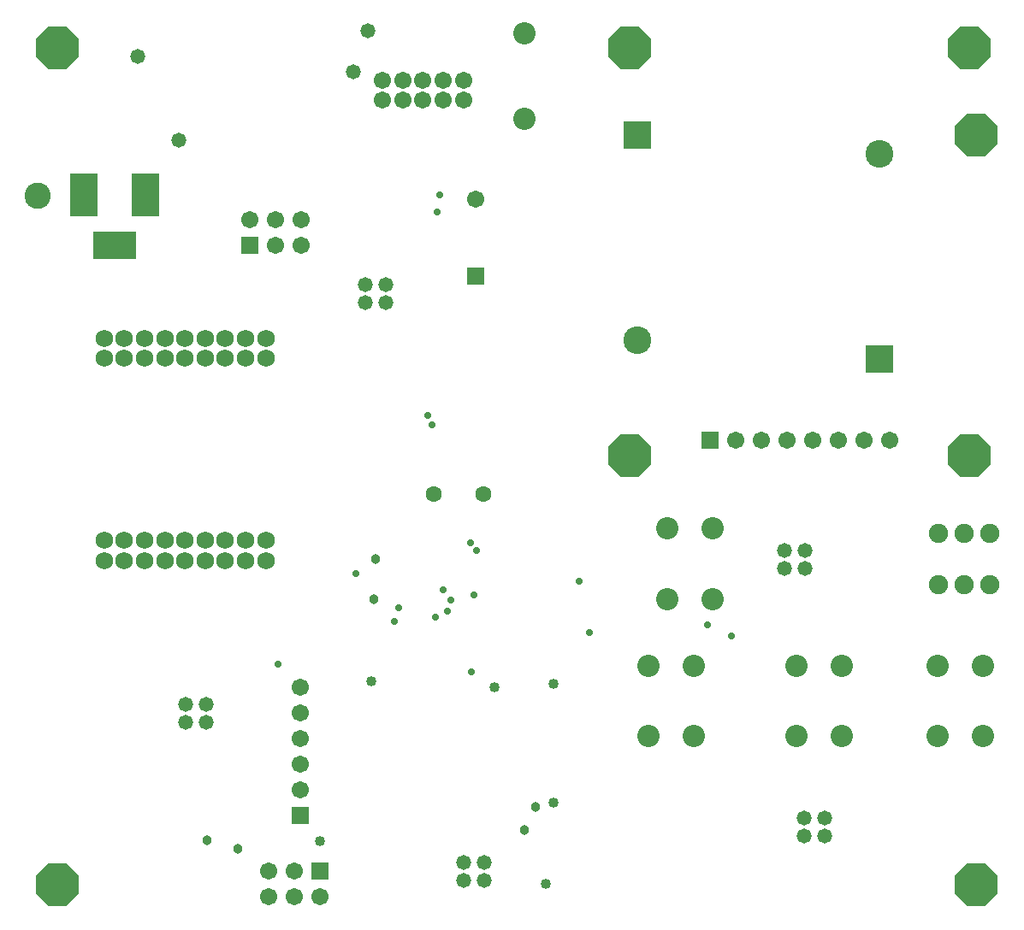
<source format=gbs>
G04*
G04 #@! TF.GenerationSoftware,Altium Limited,Altium Designer,19.0.15 (446)*
G04*
G04 Layer_Color=16711935*
%FSTAX24Y24*%
%MOIN*%
G70*
G01*
G75*
%ADD44R,0.1080X0.1680*%
%ADD45R,0.1680X0.1080*%
%ADD46C,0.0680*%
%ADD47C,0.0671*%
%ADD48R,0.0671X0.0671*%
%ADD49C,0.0867*%
%ADD50C,0.1080*%
%ADD51R,0.1080X0.1080*%
%ADD52R,0.0671X0.0671*%
%ADD53P,0.1791X8X22.5*%
%ADD54C,0.0749*%
%ADD55C,0.0631*%
%ADD56C,0.0280*%
%ADD57C,0.1025*%
%ADD58C,0.0580*%
%ADD59C,0.0380*%
%ADD60C,0.0400*%
D44*
X015Y04221D02*
D03*
X0126Y0422D02*
D03*
D45*
X01381Y04023D02*
D03*
D46*
X019685Y027956D02*
D03*
X018897D02*
D03*
X01811D02*
D03*
X017323D02*
D03*
X016535D02*
D03*
X015748D02*
D03*
X01496D02*
D03*
X014173D02*
D03*
X013386D02*
D03*
X019685Y028744D02*
D03*
X018897D02*
D03*
X01811D02*
D03*
X017323D02*
D03*
X016535D02*
D03*
X015748D02*
D03*
X01496D02*
D03*
X014173D02*
D03*
X013386D02*
D03*
Y036618D02*
D03*
X014173D02*
D03*
X01496D02*
D03*
X015748D02*
D03*
X016535D02*
D03*
X017323D02*
D03*
X01811D02*
D03*
X018897D02*
D03*
X019685D02*
D03*
X013386Y03583D02*
D03*
X014173D02*
D03*
X01496D02*
D03*
X015748D02*
D03*
X016535D02*
D03*
X017323D02*
D03*
X01811D02*
D03*
X018897D02*
D03*
X019685D02*
D03*
D47*
X02103Y023D02*
D03*
Y022D02*
D03*
Y021D02*
D03*
Y02D02*
D03*
Y019D02*
D03*
X0198Y01485D02*
D03*
Y01585D02*
D03*
X0208Y01485D02*
D03*
Y01585D02*
D03*
X0218Y01485D02*
D03*
X025017Y046686D02*
D03*
Y045899D02*
D03*
X02423D02*
D03*
X025804D02*
D03*
X02423Y046686D02*
D03*
X025804D02*
D03*
X026592D02*
D03*
Y045899D02*
D03*
X027379D02*
D03*
Y046686D02*
D03*
X02105Y041229D02*
D03*
Y040229D02*
D03*
X02005Y041229D02*
D03*
Y040229D02*
D03*
X01905Y041229D02*
D03*
X02785Y04205D02*
D03*
X044Y03265D02*
D03*
X043D02*
D03*
X042D02*
D03*
X041D02*
D03*
X04D02*
D03*
X039D02*
D03*
X038D02*
D03*
D48*
X02103Y018D02*
D03*
X027855Y03905D02*
D03*
D49*
X02975Y045174D02*
D03*
Y048501D02*
D03*
X035328Y029206D02*
D03*
X0371Y02645D02*
D03*
X035328D02*
D03*
X0371Y029206D02*
D03*
X04585Y023856D02*
D03*
X047622Y0211D02*
D03*
X04585D02*
D03*
X047622Y023856D02*
D03*
X0346D02*
D03*
X036372Y0211D02*
D03*
X0346D02*
D03*
X036372Y023856D02*
D03*
X04035D02*
D03*
X042122Y0211D02*
D03*
X04035D02*
D03*
X042122Y023856D02*
D03*
D50*
X0436Y043812D02*
D03*
X03415Y03655D02*
D03*
D51*
X0436Y035812D02*
D03*
X03415Y04455D02*
D03*
D52*
X0218Y01585D02*
D03*
X01905Y040229D02*
D03*
X037Y03265D02*
D03*
D53*
X04735Y0153D02*
D03*
Y04455D02*
D03*
X01155Y0153D02*
D03*
X03385Y03205D02*
D03*
X0471D02*
D03*
Y04795D02*
D03*
X03385D02*
D03*
X01155D02*
D03*
D54*
X0479Y027D02*
D03*
X0469Y029D02*
D03*
X0459D02*
D03*
X0479D02*
D03*
X0469Y027D02*
D03*
X0459D02*
D03*
D55*
X028161Y03055D02*
D03*
X026239D02*
D03*
D56*
X0232Y02745D02*
D03*
X02615Y03325D02*
D03*
X0277Y023615D02*
D03*
X0247Y025565D02*
D03*
X02485Y026115D02*
D03*
X0278Y0266D02*
D03*
X0279Y02835D02*
D03*
X02765Y02865D02*
D03*
X037822Y025003D02*
D03*
X0323Y02515D02*
D03*
X0369Y02543D02*
D03*
X0319Y02715D02*
D03*
X02015Y02392D02*
D03*
X0269Y026415D02*
D03*
X02675Y025965D02*
D03*
X02635Y04155D02*
D03*
X02645Y04221D02*
D03*
X0266Y026815D02*
D03*
X0263Y025747D02*
D03*
X026Y0336D02*
D03*
D57*
X01079Y04217D02*
D03*
D58*
X02355Y0387D02*
D03*
X02435D02*
D03*
X02355Y038D02*
D03*
X02435D02*
D03*
X0399Y02835D02*
D03*
X0407D02*
D03*
X0399Y02765D02*
D03*
X0407D02*
D03*
X04065Y0179D02*
D03*
X04145D02*
D03*
X04065Y0172D02*
D03*
X04145D02*
D03*
X0274Y016178D02*
D03*
X0282D02*
D03*
X0274Y015479D02*
D03*
X0282D02*
D03*
X01735Y02165D02*
D03*
X01655D02*
D03*
X01735Y02235D02*
D03*
X01655D02*
D03*
X0147Y0476D02*
D03*
X0163Y04435D02*
D03*
X0231Y047D02*
D03*
X02365Y0486D02*
D03*
D59*
X0186Y0167D02*
D03*
X0174Y01705D02*
D03*
X02975Y01745D02*
D03*
X0302Y01835D02*
D03*
X02395Y028D02*
D03*
X0239Y02645D02*
D03*
D60*
X0286Y023D02*
D03*
X0238Y02325D02*
D03*
X0218Y017D02*
D03*
X0309Y02315D02*
D03*
Y0185D02*
D03*
X0306Y01535D02*
D03*
M02*

</source>
